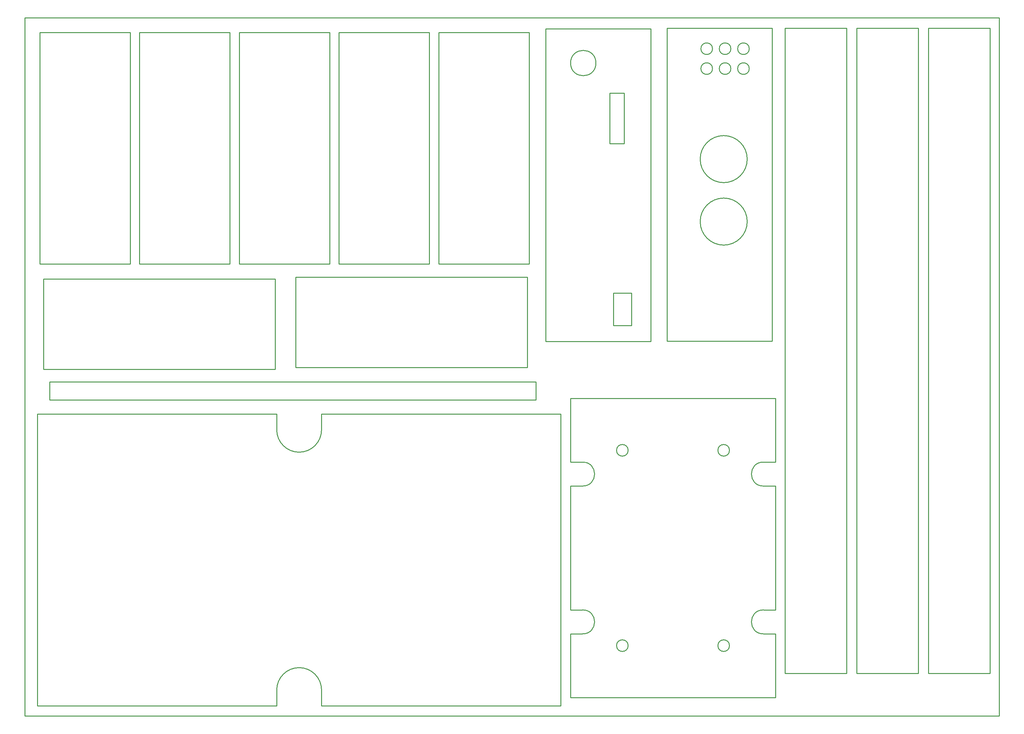
<source format=gm1>
%FSLAX25Y25*%
%MOIN*%
G70*
G01*
G75*
G04 Layer_Color=16711935*
G04:AMPARAMS|DCode=10|XSize=118.11mil|YSize=196.85mil|CornerRadius=29.53mil|HoleSize=0mil|Usage=FLASHONLY|Rotation=90.000|XOffset=0mil|YOffset=0mil|HoleType=Round|Shape=RoundedRectangle|*
%AMROUNDEDRECTD10*
21,1,0.11811,0.13780,0,0,90.0*
21,1,0.05906,0.19685,0,0,90.0*
1,1,0.05906,0.06890,0.02953*
1,1,0.05906,0.06890,-0.02953*
1,1,0.05906,-0.06890,-0.02953*
1,1,0.05906,-0.06890,0.02953*
%
%ADD10ROUNDEDRECTD10*%
%ADD11R,0.03000X0.03543*%
%ADD12R,0.03543X0.03000*%
%ADD13O,0.07087X0.01181*%
%ADD14O,0.01181X0.07087*%
%ADD15O,0.03543X0.05906*%
%ADD16R,0.03543X0.05906*%
%ADD17R,0.04921X0.03937*%
%ADD18R,0.03937X0.04921*%
%ADD19R,0.12598X0.09449*%
%ADD20R,0.15000X0.19685*%
%ADD21R,0.06693X0.05000*%
%ADD22R,0.05000X0.06693*%
%ADD23O,0.03150X0.11811*%
%ADD24R,0.03150X0.11811*%
%ADD25R,0.07874X0.03543*%
%ADD26R,0.03543X0.01181*%
%ADD27O,0.03543X0.01181*%
%ADD28R,0.06299X0.06000*%
%ADD29O,0.08661X0.02362*%
%ADD30R,0.08661X0.02362*%
G04:AMPARAMS|DCode=31|XSize=94.49mil|YSize=13.78mil|CornerRadius=0mil|HoleSize=0mil|Usage=FLASHONLY|Rotation=225.000|XOffset=0mil|YOffset=0mil|HoleType=Round|Shape=Round|*
%AMOVALD31*
21,1,0.08071,0.01378,0.00000,0.00000,225.0*
1,1,0.01378,0.02854,0.02854*
1,1,0.01378,-0.02854,-0.02854*
%
%ADD31OVALD31*%

G04:AMPARAMS|DCode=32|XSize=94.49mil|YSize=13.78mil|CornerRadius=0mil|HoleSize=0mil|Usage=FLASHONLY|Rotation=225.000|XOffset=0mil|YOffset=0mil|HoleType=Round|Shape=Rectangle|*
%AMROTATEDRECTD32*
4,1,4,0.02854,0.03828,0.03828,0.02854,-0.02854,-0.03828,-0.03828,-0.02854,0.02854,0.03828,0.0*
%
%ADD32ROTATEDRECTD32*%

G04:AMPARAMS|DCode=33|XSize=9.84mil|YSize=59.06mil|CornerRadius=0mil|HoleSize=0mil|Usage=FLASHONLY|Rotation=225.000|XOffset=0mil|YOffset=0mil|HoleType=Round|Shape=Rectangle|*
%AMROTATEDRECTD33*
4,1,4,-0.01740,0.02436,0.02436,-0.01740,0.01740,-0.02436,-0.02436,0.01740,-0.01740,0.02436,0.0*
%
%ADD33ROTATEDRECTD33*%

G04:AMPARAMS|DCode=34|XSize=9.84mil|YSize=59.06mil|CornerRadius=0mil|HoleSize=0mil|Usage=FLASHONLY|Rotation=135.000|XOffset=0mil|YOffset=0mil|HoleType=Round|Shape=Rectangle|*
%AMROTATEDRECTD34*
4,1,4,0.02436,0.01740,-0.01740,-0.02436,-0.02436,-0.01740,0.01740,0.02436,0.02436,0.01740,0.0*
%
%ADD34ROTATEDRECTD34*%

G04:AMPARAMS|DCode=35|XSize=9.84mil|YSize=59.06mil|CornerRadius=0mil|HoleSize=0mil|Usage=FLASHONLY|Rotation=225.000|XOffset=0mil|YOffset=0mil|HoleType=Round|Shape=Round|*
%AMOVALD35*
21,1,0.04921,0.00984,0.00000,0.00000,315.0*
1,1,0.00984,-0.01740,0.01740*
1,1,0.00984,0.01740,-0.01740*
%
%ADD35OVALD35*%

G04:AMPARAMS|DCode=36|XSize=9.84mil|YSize=59.06mil|CornerRadius=0mil|HoleSize=0mil|Usage=FLASHONLY|Rotation=135.000|XOffset=0mil|YOffset=0mil|HoleType=Round|Shape=Round|*
%AMOVALD36*
21,1,0.04921,0.00984,0.00000,0.00000,225.0*
1,1,0.00984,0.01740,0.01740*
1,1,0.00984,-0.01740,-0.01740*
%
%ADD36OVALD36*%

%ADD37R,0.03937X0.05906*%
G04:AMPARAMS|DCode=38|XSize=15.75mil|YSize=35.43mil|CornerRadius=0mil|HoleSize=0mil|Usage=FLASHONLY|Rotation=45.000|XOffset=0mil|YOffset=0mil|HoleType=Round|Shape=Rectangle|*
%AMROTATEDRECTD38*
4,1,4,0.00696,-0.01810,-0.01810,0.00696,-0.00696,0.01810,0.01810,-0.00696,0.00696,-0.01810,0.0*
%
%ADD38ROTATEDRECTD38*%

%ADD39R,0.03543X0.01575*%
%ADD40R,0.11201X0.06500*%
%ADD41R,0.01654X0.05370*%
%ADD42O,0.01654X0.05370*%
%ADD43R,0.01575X0.03543*%
%ADD44O,0.07087X0.01181*%
%ADD45R,0.07087X0.01181*%
%ADD46O,0.05906X0.00984*%
%ADD47O,0.00984X0.05906*%
%ADD48R,0.00984X0.05906*%
G04:AMPARAMS|DCode=49|XSize=35.43mil|YSize=30mil|CornerRadius=0mil|HoleSize=0mil|Usage=FLASHONLY|Rotation=315.000|XOffset=0mil|YOffset=0mil|HoleType=Round|Shape=Rectangle|*
%AMROTATEDRECTD49*
4,1,4,-0.02313,0.00192,-0.00192,0.02313,0.02313,-0.00192,0.00192,-0.02313,-0.02313,0.00192,0.0*
%
%ADD49ROTATEDRECTD49*%

%ADD50R,0.06000X0.06299*%
G04:AMPARAMS|DCode=51|XSize=35.43mil|YSize=30mil|CornerRadius=0mil|HoleSize=0mil|Usage=FLASHONLY|Rotation=225.000|XOffset=0mil|YOffset=0mil|HoleType=Round|Shape=Rectangle|*
%AMROTATEDRECTD51*
4,1,4,0.00192,0.02313,0.02313,0.00192,-0.00192,-0.02313,-0.02313,-0.00192,0.00192,0.02313,0.0*
%
%ADD51ROTATEDRECTD51*%

G04:AMPARAMS|DCode=52|XSize=62.99mil|YSize=60mil|CornerRadius=0mil|HoleSize=0mil|Usage=FLASHONLY|Rotation=135.000|XOffset=0mil|YOffset=0mil|HoleType=Round|Shape=Rectangle|*
%AMROTATEDRECTD52*
4,1,4,0.04348,-0.00106,0.00106,-0.04348,-0.04348,0.00106,-0.00106,0.04348,0.04348,-0.00106,0.0*
%
%ADD52ROTATEDRECTD52*%

%ADD53O,0.02362X0.08661*%
%ADD54R,0.02362X0.08661*%
%ADD55R,0.26378X0.26378*%
%ADD56R,0.11811X0.06496*%
%ADD57R,0.11811X0.07087*%
G04:AMPARAMS|DCode=58|XSize=120.08mil|YSize=144.88mil|CornerRadius=30.02mil|HoleSize=0mil|Usage=FLASHONLY|Rotation=315.000|XOffset=0mil|YOffset=0mil|HoleType=Round|Shape=RoundedRectangle|*
%AMROUNDEDRECTD58*
21,1,0.12008,0.08484,0,0,315.0*
21,1,0.06004,0.14488,0,0,315.0*
1,1,0.06004,-0.00877,-0.05122*
1,1,0.06004,-0.05122,-0.00877*
1,1,0.06004,0.00877,0.05122*
1,1,0.06004,0.05122,0.00877*
%
%ADD58ROUNDEDRECTD58*%
G04:AMPARAMS|DCode=59|XSize=120.08mil|YSize=144.88mil|CornerRadius=30.02mil|HoleSize=0mil|Usage=FLASHONLY|Rotation=45.000|XOffset=0mil|YOffset=0mil|HoleType=Round|Shape=RoundedRectangle|*
%AMROUNDEDRECTD59*
21,1,0.12008,0.08484,0,0,45.0*
21,1,0.06004,0.14488,0,0,45.0*
1,1,0.06004,0.05122,-0.00877*
1,1,0.06004,0.00877,-0.05122*
1,1,0.06004,-0.05122,0.00877*
1,1,0.06004,-0.00877,0.05122*
%
%ADD59ROUNDEDRECTD59*%
%ADD60R,0.13780X0.08071*%
%ADD61R,0.15748X0.08071*%
%ADD62R,0.08858X0.01969*%
G04:AMPARAMS|DCode=63|XSize=51.18mil|YSize=55.12mil|CornerRadius=0mil|HoleSize=0mil|Usage=FLASHONLY|Rotation=135.000|XOffset=0mil|YOffset=0mil|HoleType=Round|Shape=Rectangle|*
%AMROTATEDRECTD63*
4,1,4,0.03758,0.00139,-0.00139,-0.03758,-0.03758,-0.00139,0.00139,0.03758,0.03758,0.00139,0.0*
%
%ADD63ROTATEDRECTD63*%

%ADD64R,0.05118X0.05512*%
%ADD65R,0.09449X0.09843*%
%ADD66R,0.05512X0.05118*%
%ADD67R,0.07874X0.07087*%
%ADD68R,0.11000X0.15000*%
%ADD69R,0.06299X0.06299*%
%ADD70R,0.07874X0.11811*%
%ADD71R,0.06299X0.09449*%
%ADD72R,0.11811X0.07874*%
%ADD73R,0.00906X0.05906*%
%ADD74P,0.08908X4X270.0*%
G04:AMPARAMS|DCode=75|XSize=62.99mil|YSize=15.75mil|CornerRadius=0mil|HoleSize=0mil|Usage=FLASHONLY|Rotation=135.000|XOffset=0mil|YOffset=0mil|HoleType=Round|Shape=Rectangle|*
%AMROTATEDRECTD75*
4,1,4,0.02784,-0.01670,0.01670,-0.02784,-0.02784,0.01670,-0.01670,0.02784,0.02784,-0.01670,0.0*
%
%ADD75ROTATEDRECTD75*%

G04:AMPARAMS|DCode=76|XSize=62.99mil|YSize=15.75mil|CornerRadius=0mil|HoleSize=0mil|Usage=FLASHONLY|Rotation=135.000|XOffset=0mil|YOffset=0mil|HoleType=Round|Shape=Round|*
%AMOVALD76*
21,1,0.04724,0.01575,0.00000,0.00000,135.0*
1,1,0.01575,0.01670,-0.01670*
1,1,0.01575,-0.01670,0.01670*
%
%ADD76OVALD76*%

G04:AMPARAMS|DCode=77|XSize=15.75mil|YSize=35.43mil|CornerRadius=0mil|HoleSize=0mil|Usage=FLASHONLY|Rotation=135.000|XOffset=0mil|YOffset=0mil|HoleType=Round|Shape=Rectangle|*
%AMROTATEDRECTD77*
4,1,4,0.01810,0.00696,-0.00696,-0.01810,-0.01810,-0.00696,0.00696,0.01810,0.01810,0.00696,0.0*
%
%ADD77ROTATEDRECTD77*%

%ADD78P,0.08908X4X180.0*%
G04:AMPARAMS|DCode=79|XSize=66.93mil|YSize=50mil|CornerRadius=0mil|HoleSize=0mil|Usage=FLASHONLY|Rotation=135.000|XOffset=0mil|YOffset=0mil|HoleType=Round|Shape=Rectangle|*
%AMROTATEDRECTD79*
4,1,4,0.04134,-0.00599,0.00599,-0.04134,-0.04134,0.00599,-0.00599,0.04134,0.04134,-0.00599,0.0*
%
%ADD79ROTATEDRECTD79*%

%ADD80R,0.05906X0.00984*%
%ADD81R,0.09449X0.12598*%
%ADD82R,0.19685X0.15000*%
%ADD83O,0.05906X0.03543*%
%ADD84R,0.05906X0.03543*%
%ADD85O,0.11811X0.03150*%
%ADD86R,0.11811X0.03150*%
%ADD87R,0.03543X0.07874*%
%ADD88R,0.01181X0.03543*%
%ADD89O,0.01181X0.03543*%
%ADD90C,0.03937*%
%ADD91C,0.01575*%
%ADD92C,0.03150*%
%ADD93C,0.01000*%
%ADD94C,0.01181*%
%ADD95C,0.01969*%
%ADD96C,0.05906*%
%ADD97C,0.00787*%
%ADD98C,0.07874*%
%ADD99C,0.02756*%
%ADD100R,0.25197X0.27953*%
%ADD101R,0.19685X0.32283*%
%ADD102R,0.24016X0.21260*%
%ADD103R,0.08858X0.27953*%
%ADD104C,0.17716*%
%ADD105C,0.05906*%
%ADD106R,0.05906X0.05906*%
%ADD107C,0.04724*%
%ADD108C,0.15748*%
%ADD109R,0.03937X0.03937*%
%ADD110C,0.03937*%
%ADD111C,0.06000*%
%ADD112C,0.13386*%
%ADD113C,0.07874*%
%ADD114C,0.05512*%
%ADD115C,0.06299*%
G04:AMPARAMS|DCode=116|XSize=374.02mil|YSize=98.43mil|CornerRadius=24.61mil|HoleSize=0mil|Usage=FLASHONLY|Rotation=180.000|XOffset=0mil|YOffset=0mil|HoleType=Round|Shape=RoundedRectangle|*
%AMROUNDEDRECTD116*
21,1,0.37402,0.04921,0,0,180.0*
21,1,0.32480,0.09843,0,0,180.0*
1,1,0.04921,-0.16240,0.02461*
1,1,0.04921,0.16240,0.02461*
1,1,0.04921,0.16240,-0.02461*
1,1,0.04921,-0.16240,-0.02461*
%
%ADD116ROUNDEDRECTD116*%
%ADD117R,0.05906X0.05906*%
%ADD118C,0.06693*%
%ADD119C,0.09843*%
%ADD120C,0.10000*%
%ADD121C,0.19685*%
%ADD122C,0.31496*%
%ADD123R,0.07874X0.07874*%
%ADD124C,0.06496*%
%ADD125C,0.02559*%
%ADD126R,0.07874X0.07874*%
%ADD127R,0.03937X0.03937*%
%ADD128R,0.06299X0.06299*%
G04:AMPARAMS|DCode=129|XSize=374.02mil|YSize=98.43mil|CornerRadius=24.61mil|HoleSize=0mil|Usage=FLASHONLY|Rotation=270.000|XOffset=0mil|YOffset=0mil|HoleType=Round|Shape=RoundedRectangle|*
%AMROUNDEDRECTD129*
21,1,0.37402,0.04921,0,0,270.0*
21,1,0.32480,0.09843,0,0,270.0*
1,1,0.04921,-0.02461,-0.16240*
1,1,0.04921,-0.02461,0.16240*
1,1,0.04921,0.02461,0.16240*
1,1,0.04921,0.02461,-0.16240*
%
%ADD129ROUNDEDRECTD129*%
%ADD130C,0.05500*%
%ADD131C,0.03150*%
%ADD132C,0.02362*%
%ADD133C,0.01575*%
%ADD134C,0.05000*%
%ADD135C,0.07087*%
G04:AMPARAMS|DCode=136|XSize=27.56mil|YSize=35.43mil|CornerRadius=0mil|HoleSize=0mil|Usage=FLASHONLY|Rotation=315.000|XOffset=0mil|YOffset=0mil|HoleType=Round|Shape=Rectangle|*
%AMROTATEDRECTD136*
4,1,4,-0.02227,-0.00278,0.00278,0.02227,0.02227,0.00278,-0.00278,-0.02227,-0.02227,-0.00278,0.0*
%
%ADD136ROTATEDRECTD136*%

%ADD137R,0.03543X0.02756*%
G04:AMPARAMS|DCode=138|XSize=984.25mil|YSize=708.66mil|CornerRadius=177.16mil|HoleSize=0mil|Usage=FLASHONLY|Rotation=0.000|XOffset=0mil|YOffset=0mil|HoleType=Round|Shape=RoundedRectangle|*
%AMROUNDEDRECTD138*
21,1,0.98425,0.35433,0,0,0.0*
21,1,0.62992,0.70866,0,0,0.0*
1,1,0.35433,0.31496,-0.17716*
1,1,0.35433,-0.31496,-0.17716*
1,1,0.35433,-0.31496,0.17716*
1,1,0.35433,0.31496,0.17716*
%
%ADD138ROUNDEDRECTD138*%
G04:AMPARAMS|DCode=139|XSize=86.61mil|YSize=23.62mil|CornerRadius=0mil|HoleSize=0mil|Usage=FLASHONLY|Rotation=315.000|XOffset=0mil|YOffset=0mil|HoleType=Round|Shape=Rectangle|*
%AMROTATEDRECTD139*
4,1,4,-0.03897,0.02227,-0.02227,0.03897,0.03897,-0.02227,0.02227,-0.03897,-0.03897,0.02227,0.0*
%
%ADD139ROTATEDRECTD139*%

G04:AMPARAMS|DCode=140|XSize=86.61mil|YSize=23.62mil|CornerRadius=0mil|HoleSize=0mil|Usage=FLASHONLY|Rotation=315.000|XOffset=0mil|YOffset=0mil|HoleType=Round|Shape=Round|*
%AMOVALD140*
21,1,0.06299,0.02362,0.00000,0.00000,315.0*
1,1,0.02362,-0.02227,0.02227*
1,1,0.02362,0.02227,-0.02227*
%
%ADD140OVALD140*%

%ADD141R,0.09843X0.09449*%
%ADD142R,0.03600X0.03600*%
%ADD143R,0.03600X0.05000*%
%ADD144C,0.09843*%
%ADD145C,0.03740*%
%ADD146R,0.24803X0.21260*%
%ADD147R,0.09449X0.14961*%
%ADD148R,0.18110X0.14862*%
%ADD149C,0.05886*%
%ADD150C,0.00984*%
%ADD151C,0.02362*%
%ADD152C,0.03186*%
%ADD153C,0.02000*%
%ADD154C,0.00394*%
%ADD155C,0.05886*%
%ADD156C,0.03186*%
%ADD157R,0.04724X0.25197*%
%ADD158C,0.00068*%
%ADD159C,0.01200*%
%ADD160C,0.00800*%
%ADD161C,0.00500*%
%ADD162C,0.00050*%
%ADD163C,0.00100*%
%ADD164C,0.00574*%
%ADD165C,0.00570*%
%ADD166C,0.00661*%
%ADD167C,0.00632*%
%ADD168R,0.05512X0.27559*%
%ADD169R,0.27559X0.78543*%
%ADD170R,0.12047X0.03937*%
%ADD171R,0.10847X0.30370*%
%ADD172R,0.10039X0.28937*%
G04:AMPARAMS|DCode=173|XSize=126.11mil|YSize=204.85mil|CornerRadius=33.53mil|HoleSize=0mil|Usage=FLASHONLY|Rotation=90.000|XOffset=0mil|YOffset=0mil|HoleType=Round|Shape=RoundedRectangle|*
%AMROUNDEDRECTD173*
21,1,0.12611,0.13780,0,0,90.0*
21,1,0.05906,0.20485,0,0,90.0*
1,1,0.06706,0.06890,0.02953*
1,1,0.06706,0.06890,-0.02953*
1,1,0.06706,-0.06890,-0.02953*
1,1,0.06706,-0.06890,0.02953*
%
%ADD173ROUNDEDRECTD173*%
%ADD174R,0.03800X0.04343*%
%ADD175R,0.04343X0.03800*%
%ADD176O,0.07887X0.01981*%
%ADD177O,0.01981X0.07887*%
%ADD178O,0.04343X0.06706*%
%ADD179R,0.04343X0.06706*%
%ADD180R,0.05721X0.04737*%
%ADD181R,0.04737X0.05721*%
%ADD182R,0.13398X0.10249*%
%ADD183R,0.15800X0.20485*%
%ADD184R,0.07493X0.05800*%
%ADD185R,0.05800X0.07493*%
%ADD186O,0.03950X0.12611*%
%ADD187R,0.03950X0.12611*%
%ADD188R,0.08674X0.04343*%
%ADD189R,0.04343X0.01981*%
%ADD190O,0.04343X0.01981*%
%ADD191R,0.07099X0.06800*%
%ADD192O,0.09461X0.03162*%
%ADD193R,0.09461X0.03162*%
G04:AMPARAMS|DCode=194|XSize=102.49mil|YSize=21.78mil|CornerRadius=0mil|HoleSize=0mil|Usage=FLASHONLY|Rotation=225.000|XOffset=0mil|YOffset=0mil|HoleType=Round|Shape=Round|*
%AMOVALD194*
21,1,0.08071,0.02178,0.00000,0.00000,225.0*
1,1,0.02178,0.02854,0.02854*
1,1,0.02178,-0.02854,-0.02854*
%
%ADD194OVALD194*%

G04:AMPARAMS|DCode=195|XSize=102.49mil|YSize=21.78mil|CornerRadius=0mil|HoleSize=0mil|Usage=FLASHONLY|Rotation=225.000|XOffset=0mil|YOffset=0mil|HoleType=Round|Shape=Rectangle|*
%AMROTATEDRECTD195*
4,1,4,0.02854,0.04394,0.04394,0.02854,-0.02854,-0.04394,-0.04394,-0.02854,0.02854,0.04394,0.0*
%
%ADD195ROTATEDRECTD195*%

G04:AMPARAMS|DCode=196|XSize=17.84mil|YSize=67.06mil|CornerRadius=0mil|HoleSize=0mil|Usage=FLASHONLY|Rotation=225.000|XOffset=0mil|YOffset=0mil|HoleType=Round|Shape=Rectangle|*
%AMROTATEDRECTD196*
4,1,4,-0.01740,0.03002,0.03002,-0.01740,0.01740,-0.03002,-0.03002,0.01740,-0.01740,0.03002,0.0*
%
%ADD196ROTATEDRECTD196*%

G04:AMPARAMS|DCode=197|XSize=17.84mil|YSize=67.06mil|CornerRadius=0mil|HoleSize=0mil|Usage=FLASHONLY|Rotation=135.000|XOffset=0mil|YOffset=0mil|HoleType=Round|Shape=Rectangle|*
%AMROTATEDRECTD197*
4,1,4,0.03002,0.01740,-0.01740,-0.03002,-0.03002,-0.01740,0.01740,0.03002,0.03002,0.01740,0.0*
%
%ADD197ROTATEDRECTD197*%

G04:AMPARAMS|DCode=198|XSize=17.84mil|YSize=67.06mil|CornerRadius=0mil|HoleSize=0mil|Usage=FLASHONLY|Rotation=225.000|XOffset=0mil|YOffset=0mil|HoleType=Round|Shape=Round|*
%AMOVALD198*
21,1,0.04921,0.01784,0.00000,0.00000,315.0*
1,1,0.01784,-0.01740,0.01740*
1,1,0.01784,0.01740,-0.01740*
%
%ADD198OVALD198*%

G04:AMPARAMS|DCode=199|XSize=17.84mil|YSize=67.06mil|CornerRadius=0mil|HoleSize=0mil|Usage=FLASHONLY|Rotation=135.000|XOffset=0mil|YOffset=0mil|HoleType=Round|Shape=Round|*
%AMOVALD199*
21,1,0.04921,0.01784,0.00000,0.00000,225.0*
1,1,0.01784,0.01740,0.01740*
1,1,0.01784,-0.01740,-0.01740*
%
%ADD199OVALD199*%

%ADD200R,0.04737X0.06706*%
G04:AMPARAMS|DCode=201|XSize=23.75mil|YSize=43.43mil|CornerRadius=0mil|HoleSize=0mil|Usage=FLASHONLY|Rotation=45.000|XOffset=0mil|YOffset=0mil|HoleType=Round|Shape=Rectangle|*
%AMROTATEDRECTD201*
4,1,4,0.00696,-0.02375,-0.02375,0.00696,-0.00696,0.02375,0.02375,-0.00696,0.00696,-0.02375,0.0*
%
%ADD201ROTATEDRECTD201*%

%ADD202R,0.04343X0.02375*%
%ADD203R,0.12001X0.07300*%
%ADD204R,0.02454X0.06170*%
%ADD205O,0.02454X0.06170*%
%ADD206R,0.02375X0.04343*%
%ADD207O,0.07887X0.01981*%
%ADD208R,0.07887X0.01981*%
%ADD209O,0.06706X0.01784*%
%ADD210O,0.01784X0.06706*%
%ADD211R,0.01784X0.06706*%
G04:AMPARAMS|DCode=212|XSize=43.43mil|YSize=38mil|CornerRadius=0mil|HoleSize=0mil|Usage=FLASHONLY|Rotation=315.000|XOffset=0mil|YOffset=0mil|HoleType=Round|Shape=Rectangle|*
%AMROTATEDRECTD212*
4,1,4,-0.02879,0.00192,-0.00192,0.02879,0.02879,-0.00192,0.00192,-0.02879,-0.02879,0.00192,0.0*
%
%ADD212ROTATEDRECTD212*%

%ADD213R,0.06800X0.07099*%
G04:AMPARAMS|DCode=214|XSize=43.43mil|YSize=38mil|CornerRadius=0mil|HoleSize=0mil|Usage=FLASHONLY|Rotation=225.000|XOffset=0mil|YOffset=0mil|HoleType=Round|Shape=Rectangle|*
%AMROTATEDRECTD214*
4,1,4,0.00192,0.02879,0.02879,0.00192,-0.00192,-0.02879,-0.02879,-0.00192,0.00192,0.02879,0.0*
%
%ADD214ROTATEDRECTD214*%

G04:AMPARAMS|DCode=215|XSize=70.99mil|YSize=68mil|CornerRadius=0mil|HoleSize=0mil|Usage=FLASHONLY|Rotation=135.000|XOffset=0mil|YOffset=0mil|HoleType=Round|Shape=Rectangle|*
%AMROTATEDRECTD215*
4,1,4,0.04914,-0.00106,0.00106,-0.04914,-0.04914,0.00106,-0.00106,0.04914,0.04914,-0.00106,0.0*
%
%ADD215ROTATEDRECTD215*%

%ADD216O,0.03162X0.09461*%
%ADD217R,0.03162X0.09461*%
%ADD218R,0.27178X0.27178*%
%ADD219R,0.12611X0.07296*%
%ADD220R,0.12611X0.07887*%
G04:AMPARAMS|DCode=221|XSize=128.08mil|YSize=152.88mil|CornerRadius=34.02mil|HoleSize=0mil|Usage=FLASHONLY|Rotation=315.000|XOffset=0mil|YOffset=0mil|HoleType=Round|Shape=RoundedRectangle|*
%AMROUNDEDRECTD221*
21,1,0.12808,0.08484,0,0,315.0*
21,1,0.06004,0.15288,0,0,315.0*
1,1,0.06804,-0.00877,-0.05122*
1,1,0.06804,-0.05122,-0.00877*
1,1,0.06804,0.00877,0.05122*
1,1,0.06804,0.05122,0.00877*
%
%ADD221ROUNDEDRECTD221*%
G04:AMPARAMS|DCode=222|XSize=128.08mil|YSize=152.88mil|CornerRadius=34.02mil|HoleSize=0mil|Usage=FLASHONLY|Rotation=45.000|XOffset=0mil|YOffset=0mil|HoleType=Round|Shape=RoundedRectangle|*
%AMROUNDEDRECTD222*
21,1,0.12808,0.08484,0,0,45.0*
21,1,0.06004,0.15288,0,0,45.0*
1,1,0.06804,0.05122,-0.00877*
1,1,0.06804,0.00877,-0.05122*
1,1,0.06804,-0.05122,0.00877*
1,1,0.06804,-0.00877,0.05122*
%
%ADD222ROUNDEDRECTD222*%
G04:AMPARAMS|DCode=223|XSize=59.18mil|YSize=63.12mil|CornerRadius=0mil|HoleSize=0mil|Usage=FLASHONLY|Rotation=135.000|XOffset=0mil|YOffset=0mil|HoleType=Round|Shape=Rectangle|*
%AMROTATEDRECTD223*
4,1,4,0.04324,0.00139,-0.00139,-0.04324,-0.04324,-0.00139,0.00139,0.04324,0.04324,0.00139,0.0*
%
%ADD223ROTATEDRECTD223*%

%ADD224R,0.05918X0.06312*%
%ADD225R,0.10249X0.10642*%
%ADD226R,0.06312X0.05918*%
%ADD227R,0.08674X0.07887*%
%ADD228R,0.11800X0.15800*%
%ADD229R,0.07099X0.07099*%
%ADD230R,0.08674X0.12611*%
%ADD231R,0.07099X0.10249*%
%ADD232R,0.12611X0.08674*%
%ADD233R,0.01706X0.06706*%
%ADD234P,0.10040X4X270.0*%
G04:AMPARAMS|DCode=235|XSize=70.99mil|YSize=23.75mil|CornerRadius=0mil|HoleSize=0mil|Usage=FLASHONLY|Rotation=135.000|XOffset=0mil|YOffset=0mil|HoleType=Round|Shape=Rectangle|*
%AMROTATEDRECTD235*
4,1,4,0.03350,-0.01670,0.01670,-0.03350,-0.03350,0.01670,-0.01670,0.03350,0.03350,-0.01670,0.0*
%
%ADD235ROTATEDRECTD235*%

G04:AMPARAMS|DCode=236|XSize=70.99mil|YSize=23.75mil|CornerRadius=0mil|HoleSize=0mil|Usage=FLASHONLY|Rotation=135.000|XOffset=0mil|YOffset=0mil|HoleType=Round|Shape=Round|*
%AMOVALD236*
21,1,0.04724,0.02375,0.00000,0.00000,135.0*
1,1,0.02375,0.01670,-0.01670*
1,1,0.02375,-0.01670,0.01670*
%
%ADD236OVALD236*%

G04:AMPARAMS|DCode=237|XSize=23.75mil|YSize=43.43mil|CornerRadius=0mil|HoleSize=0mil|Usage=FLASHONLY|Rotation=135.000|XOffset=0mil|YOffset=0mil|HoleType=Round|Shape=Rectangle|*
%AMROTATEDRECTD237*
4,1,4,0.02375,0.00696,-0.00696,-0.02375,-0.02375,-0.00696,0.00696,0.02375,0.02375,0.00696,0.0*
%
%ADD237ROTATEDRECTD237*%

%ADD238P,0.10040X4X180.0*%
G04:AMPARAMS|DCode=239|XSize=74.93mil|YSize=58mil|CornerRadius=0mil|HoleSize=0mil|Usage=FLASHONLY|Rotation=135.000|XOffset=0mil|YOffset=0mil|HoleType=Round|Shape=Rectangle|*
%AMROTATEDRECTD239*
4,1,4,0.04700,-0.00599,0.00599,-0.04700,-0.04700,0.00599,-0.00599,0.04700,0.04700,-0.00599,0.0*
%
%ADD239ROTATEDRECTD239*%

%ADD240R,0.06706X0.01784*%
%ADD241R,0.10249X0.13398*%
%ADD242R,0.20485X0.15800*%
%ADD243O,0.06706X0.04343*%
%ADD244R,0.06706X0.04343*%
%ADD245O,0.12611X0.03950*%
%ADD246R,0.12611X0.03950*%
%ADD247R,0.04343X0.08674*%
%ADD248R,0.01981X0.04343*%
%ADD249O,0.01981X0.04343*%
%ADD250C,0.18517*%
%ADD251C,0.06706*%
%ADD252R,0.06706X0.06706*%
%ADD253C,0.05524*%
%ADD254C,0.16548*%
%ADD255R,0.04737X0.04737*%
%ADD256C,0.04737*%
%ADD257C,0.06800*%
%ADD258C,0.14186*%
%ADD259C,0.08674*%
%ADD260C,0.06312*%
%ADD261C,0.07099*%
G04:AMPARAMS|DCode=262|XSize=382.02mil|YSize=106.42mil|CornerRadius=28.61mil|HoleSize=0mil|Usage=FLASHONLY|Rotation=180.000|XOffset=0mil|YOffset=0mil|HoleType=Round|Shape=RoundedRectangle|*
%AMROUNDEDRECTD262*
21,1,0.38202,0.04921,0,0,180.0*
21,1,0.32480,0.10642,0,0,180.0*
1,1,0.05721,-0.16240,0.02461*
1,1,0.05721,0.16240,0.02461*
1,1,0.05721,0.16240,-0.02461*
1,1,0.05721,-0.16240,-0.02461*
%
%ADD262ROUNDEDRECTD262*%
%ADD263R,0.06706X0.06706*%
%ADD264C,0.07493*%
%ADD265C,0.10642*%
%ADD266C,0.10800*%
%ADD267C,0.20485*%
%ADD268C,0.32296*%
%ADD269R,0.08674X0.08674*%
%ADD270C,0.07296*%
%ADD271C,0.03359*%
%ADD272R,0.08674X0.08674*%
%ADD273R,0.04737X0.04737*%
%ADD274R,0.07099X0.07099*%
G04:AMPARAMS|DCode=275|XSize=382.02mil|YSize=106.42mil|CornerRadius=28.61mil|HoleSize=0mil|Usage=FLASHONLY|Rotation=270.000|XOffset=0mil|YOffset=0mil|HoleType=Round|Shape=RoundedRectangle|*
%AMROUNDEDRECTD275*
21,1,0.38202,0.04921,0,0,270.0*
21,1,0.32480,0.10642,0,0,270.0*
1,1,0.05721,-0.02461,-0.16240*
1,1,0.05721,-0.02461,0.16240*
1,1,0.05721,0.02461,0.16240*
1,1,0.05721,0.02461,-0.16240*
%
%ADD275ROUNDEDRECTD275*%
%ADD276C,0.06300*%
%ADD277C,0.03950*%
%ADD278C,0.03162*%
%ADD279C,0.02375*%
%ADD280C,0.05800*%
%ADD281C,0.07887*%
G04:AMPARAMS|DCode=282|XSize=35.56mil|YSize=43.43mil|CornerRadius=0mil|HoleSize=0mil|Usage=FLASHONLY|Rotation=315.000|XOffset=0mil|YOffset=0mil|HoleType=Round|Shape=Rectangle|*
%AMROTATEDRECTD282*
4,1,4,-0.02793,-0.00278,0.00278,0.02793,0.02793,0.00278,-0.00278,-0.02793,-0.02793,-0.00278,0.0*
%
%ADD282ROTATEDRECTD282*%

%ADD283R,0.04343X0.03556*%
G04:AMPARAMS|DCode=284|XSize=992.25mil|YSize=716.66mil|CornerRadius=181.16mil|HoleSize=0mil|Usage=FLASHONLY|Rotation=0.000|XOffset=0mil|YOffset=0mil|HoleType=Round|Shape=RoundedRectangle|*
%AMROUNDEDRECTD284*
21,1,0.99225,0.35433,0,0,0.0*
21,1,0.62992,0.71666,0,0,0.0*
1,1,0.36233,0.31496,-0.17716*
1,1,0.36233,-0.31496,-0.17716*
1,1,0.36233,-0.31496,0.17716*
1,1,0.36233,0.31496,0.17716*
%
%ADD284ROUNDEDRECTD284*%
G04:AMPARAMS|DCode=285|XSize=94.61mil|YSize=31.62mil|CornerRadius=0mil|HoleSize=0mil|Usage=FLASHONLY|Rotation=315.000|XOffset=0mil|YOffset=0mil|HoleType=Round|Shape=Rectangle|*
%AMROTATEDRECTD285*
4,1,4,-0.04463,0.02227,-0.02227,0.04463,0.04463,-0.02227,0.02227,-0.04463,-0.04463,0.02227,0.0*
%
%ADD285ROTATEDRECTD285*%

G04:AMPARAMS|DCode=286|XSize=94.61mil|YSize=31.62mil|CornerRadius=0mil|HoleSize=0mil|Usage=FLASHONLY|Rotation=315.000|XOffset=0mil|YOffset=0mil|HoleType=Round|Shape=Round|*
%AMOVALD286*
21,1,0.06299,0.03162,0.00000,0.00000,315.0*
1,1,0.03162,-0.02227,0.02227*
1,1,0.03162,0.02227,-0.02227*
%
%ADD286OVALD286*%

%ADD287R,0.10642X0.10249*%
%ADD288R,0.04400X0.04400*%
%ADD289R,0.04400X0.05800*%
%ADD290C,0.19685*%
%ADD291C,0.06299*%
%ADD292R,0.78543X0.27559*%
D93*
X748071Y726453D02*
G03*
X748071Y726453I-6299J0D01*
G01*
X768071D02*
G03*
X768071Y726453I-6299J0D01*
G01*
X788071D02*
G03*
X788071Y726453I-6299J0D01*
G01*
X785866Y606272D02*
G03*
X785866Y606272I-25591J0D01*
G01*
Y538272D02*
G03*
X785866Y538272I-25591J0D01*
G01*
X788071Y704799D02*
G03*
X788071Y704799I-6299J0D01*
G01*
X768071D02*
G03*
X768071Y704799I-6299J0D01*
G01*
X748071D02*
G03*
X748071Y704799I-6299J0D01*
G01*
X621264Y710831D02*
G03*
X621264Y710831I-13780J0D01*
G01*
X274031Y311614D02*
G03*
X322772Y311614I24370J0D01*
G01*
Y28346D02*
G03*
X274031Y28346I-24370J0D01*
G01*
X606744Y89468D02*
G03*
X606744Y115571I0J13051D01*
G01*
Y250374D02*
G03*
X606744Y276476I0J13051D01*
G01*
X803516Y115571D02*
G03*
X803516Y89468I0J-13051D01*
G01*
Y276476D02*
G03*
X803516Y250374I0J-13051D01*
G01*
X766553Y76673D02*
G03*
X766553Y76673I-6305J0D01*
G01*
X656317D02*
G03*
X656317Y76673I-6305J0D01*
G01*
Y289272D02*
G03*
X656317Y289272I-6305J0D01*
G01*
X766553D02*
G03*
X766553Y289272I-6305J0D01*
G01*
X0Y0D02*
X1060000D01*
X0Y760000D02*
X1060000D01*
X0Y0D02*
Y760000D01*
X1060000Y0D02*
Y760000D01*
X983071Y748862D02*
X1050000D01*
X983071Y46500D02*
X1050000D01*
X983071D02*
Y748862D01*
X1050000Y46500D02*
Y748862D01*
X905071D02*
X972000D01*
X905071Y46500D02*
X972000D01*
X905071D02*
Y748862D01*
X972000Y46500D02*
Y748862D01*
X827071D02*
X894000D01*
X827071Y46500D02*
X894000D01*
X827071D02*
Y748862D01*
X894000Y46500D02*
Y748862D01*
X548606Y492260D02*
Y744228D01*
X450181Y492260D02*
X548606D01*
X450181D02*
Y744228D01*
X548606D01*
X440106Y492260D02*
Y744228D01*
X341681Y492260D02*
X440106D01*
X341681D02*
Y744228D01*
X440106D01*
X698661Y408284D02*
X812835D01*
Y748835D01*
X698661D02*
X812835D01*
X698661Y408284D02*
Y748835D01*
X566736Y407740D02*
Y748291D01*
X680909D01*
Y407740D02*
Y748291D01*
X566736Y407740D02*
X680909D01*
X636224Y623035D02*
X651972D01*
Y678154D01*
X636224D02*
X651972D01*
X636224Y623035D02*
Y678154D01*
X640161Y424980D02*
Y460413D01*
X659846D01*
Y424980D02*
Y460413D01*
X640161Y424980D02*
X659846D01*
X13756Y11181D02*
Y328780D01*
X274031D01*
Y311614D02*
Y328780D01*
X322772Y311614D02*
Y328780D01*
X583047D01*
Y11181D02*
Y328780D01*
X322772Y11181D02*
X583047D01*
X322772D02*
Y28346D01*
X274031Y11181D02*
Y28346D01*
X13756Y11181D02*
X274031D01*
X16181Y744228D02*
X114606D01*
X16181Y492260D02*
Y744228D01*
Y492260D02*
X114606D01*
Y744228D01*
X124681D02*
X223106D01*
X124681Y492260D02*
Y744228D01*
Y492260D02*
X223106D01*
Y744228D01*
X233181D02*
X331606D01*
X233181Y492260D02*
Y744228D01*
Y492260D02*
X331606D01*
Y744228D01*
X593693Y20256D02*
X816567D01*
X593693Y89468D02*
X606724D01*
X593713Y115571D02*
X606744D01*
X593713Y250374D02*
X606744D01*
X593713Y276476D02*
X606744D01*
X803516D02*
X816547D01*
X803516Y250374D02*
X816547D01*
X803516Y89468D02*
X816547D01*
X803516Y115571D02*
X816547D01*
X593693Y20256D02*
Y89468D01*
X593713Y115571D02*
Y250374D01*
Y276476D02*
Y345669D01*
X816567Y276496D02*
Y345689D01*
X816547Y115571D02*
Y250374D01*
Y20276D02*
Y89468D01*
X593693Y345689D02*
X816567D01*
X294772Y477925D02*
X546740D01*
Y379500D02*
Y477925D01*
X294772Y379500D02*
X546740D01*
X294772D02*
Y477925D01*
X20272Y475925D02*
X272240D01*
Y377500D02*
Y475925D01*
X20272Y377500D02*
X272240D01*
X20272D02*
Y475925D01*
X26976Y363866D02*
X556110D01*
X26976Y344969D02*
Y363866D01*
X556110Y343984D02*
Y363866D01*
Y343984D02*
Y363866D01*
X26976Y343984D02*
X556110D01*
X26976D02*
Y362685D01*
Y343984D02*
X556110D01*
X748071Y726453D02*
G03*
X748071Y726453I-6299J0D01*
G01*
X768071D02*
G03*
X768071Y726453I-6299J0D01*
G01*
X788071D02*
G03*
X788071Y726453I-6299J0D01*
G01*
X785866Y606272D02*
G03*
X785866Y606272I-25591J0D01*
G01*
Y538272D02*
G03*
X785866Y538272I-25591J0D01*
G01*
X788071Y704799D02*
G03*
X788071Y704799I-6299J0D01*
G01*
X768071D02*
G03*
X768071Y704799I-6299J0D01*
G01*
X748071D02*
G03*
X748071Y704799I-6299J0D01*
G01*
X621264Y710831D02*
G03*
X621264Y710831I-13780J0D01*
G01*
X274031Y311614D02*
G03*
X322772Y311614I24370J0D01*
G01*
Y28346D02*
G03*
X274031Y28346I-24370J0D01*
G01*
X606744Y89468D02*
G03*
X606744Y115571I0J13051D01*
G01*
Y250374D02*
G03*
X606744Y276476I0J13051D01*
G01*
X803516Y115571D02*
G03*
X803516Y89468I0J-13051D01*
G01*
Y276476D02*
G03*
X803516Y250374I0J-13051D01*
G01*
X766553Y76673D02*
G03*
X766553Y76673I-6305J0D01*
G01*
X656317D02*
G03*
X656317Y76673I-6305J0D01*
G01*
Y289272D02*
G03*
X656317Y289272I-6305J0D01*
G01*
X766553D02*
G03*
X766553Y289272I-6305J0D01*
G01*
X0Y0D02*
X1060000D01*
X0Y760000D02*
X1060000D01*
X0Y0D02*
Y760000D01*
X1060000Y0D02*
Y760000D01*
X983071Y748862D02*
X1050000D01*
X983071Y46500D02*
X1050000D01*
X983071D02*
Y748862D01*
X1050000Y46500D02*
Y748862D01*
X905071D02*
X972000D01*
X905071Y46500D02*
X972000D01*
X905071D02*
Y748862D01*
X972000Y46500D02*
Y748862D01*
X827071D02*
X894000D01*
X827071Y46500D02*
X894000D01*
X827071D02*
Y748862D01*
X894000Y46500D02*
Y748862D01*
X548606Y492260D02*
Y744228D01*
X450181Y492260D02*
X548606D01*
X450181D02*
Y744228D01*
X548606D01*
X440106Y492260D02*
Y744228D01*
X341681Y492260D02*
X440106D01*
X341681D02*
Y744228D01*
X440106D01*
X698661Y408284D02*
X812835D01*
Y748835D01*
X698661D02*
X812835D01*
X698661Y408284D02*
Y748835D01*
X566736Y407740D02*
Y748291D01*
X680909D01*
Y407740D02*
Y748291D01*
X566736Y407740D02*
X680909D01*
X636224Y623035D02*
X651972D01*
Y678154D01*
X636224D02*
X651972D01*
X636224Y623035D02*
Y678154D01*
X640161Y424980D02*
Y460413D01*
X659846D01*
Y424980D02*
Y460413D01*
X640161Y424980D02*
X659846D01*
X13756Y11181D02*
Y328780D01*
X274031D01*
Y311614D02*
Y328780D01*
X322772Y311614D02*
Y328780D01*
X583047D01*
Y11181D02*
Y328780D01*
X322772Y11181D02*
X583047D01*
X322772D02*
Y28346D01*
X274031Y11181D02*
Y28346D01*
X13756Y11181D02*
X274031D01*
X16181Y744228D02*
X114606D01*
X16181Y492260D02*
Y744228D01*
Y492260D02*
X114606D01*
Y744228D01*
X124681D02*
X223106D01*
X124681Y492260D02*
Y744228D01*
Y492260D02*
X223106D01*
Y744228D01*
X233181D02*
X331606D01*
X233181Y492260D02*
Y744228D01*
Y492260D02*
X331606D01*
Y744228D01*
X593693Y20256D02*
X816567D01*
X593693Y89468D02*
X606724D01*
X593713Y115571D02*
X606744D01*
X593713Y250374D02*
X606744D01*
X593713Y276476D02*
X606744D01*
X803516D02*
X816547D01*
X803516Y250374D02*
X816547D01*
X803516Y89468D02*
X816547D01*
X803516Y115571D02*
X816547D01*
X593693Y20256D02*
Y89468D01*
X593713Y115571D02*
Y250374D01*
Y276476D02*
Y345669D01*
X816567Y276496D02*
Y345689D01*
X816547Y115571D02*
Y250374D01*
Y20276D02*
Y89468D01*
X593693Y345689D02*
X816567D01*
X294772Y477925D02*
X546740D01*
Y379500D02*
Y477925D01*
X294772Y379500D02*
X546740D01*
X294772D02*
Y477925D01*
X20272Y475925D02*
X272240D01*
Y377500D02*
Y475925D01*
X20272Y377500D02*
X272240D01*
X20272D02*
Y475925D01*
X26976Y363866D02*
X556110D01*
X26976Y344969D02*
Y363866D01*
X556110Y343984D02*
Y363866D01*
Y343984D02*
Y363866D01*
X26976Y343984D02*
X556110D01*
X26976D02*
Y362685D01*
Y343984D02*
X556110D01*
M02*

</source>
